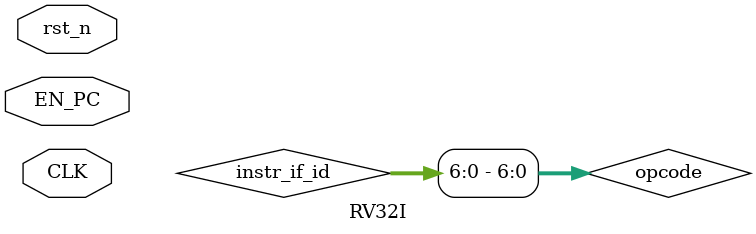
<source format=v>
module RV32I #(
	parameter XLEN   = 32,
	parameter IMM    = 32 
)
(
	input 	wire 						rst_n,
	input 	wire 						CLK,
	input	wire 						EN_PC
);

// -------------------------------------- Internal Signals -------------------------------------- //
// -------------------------------------- PC Signals -------------------------------------- //
wire [XLEN-1:0]   pc_prog_out;   
wire [XLEN-1:0]   pc_mem_wb;
// -------------------------------------- IMemory Signals -------------------------------------- //
wire [31:0] 	  get_instr;
// -------------------------------------- IF/ID Register Signals -------------------------------------- //
wire 			  flush_ctrl;
wire              EN_PC_if_id;
wire [31:0]       pc_if_id;
wire [31:0]       instr_if_id;
// -------------------------------------- DMemory Signals -------------------------------------- //
wire [XLEN-1:0]   data_mem_out;
// -------------------------------------- Controller Signals -------------------------------------- //
wire [6:0]        opcode = instr_if_id[6:0];
wire 	   		  nop_ins;
wire [6:0]   	  funct7 = instr_if_id[31:25];
wire [2:0]   	  funct3 = instr_if_id[14:12];
wire 	          mem_wr_en;
wire [1:0]   	  src_to_reg;
wire              reg_wr_En;
wire              alu_src1_sel;
wire              alu_src2_sel;
wire              branch;
wire              jump;
wire              Sub;
wire              undef_instr;
wire    [2:0]     alu_ctrl;
// -------------------------------------- Scoreboard Signals -------------------------------------- //
wire              stall_core;
wire              pc_change;
// -------------------------------------- IMM_EXT Signals -------------------------------------- //
wire [XLEN-1:0]   imm_o;
// -------------------------------------- RegFile Signals -------------------------------------- //
wire [XLEN-1:0]   rs1_out;
wire [XLEN-1:0]   rs2_out;
wire [XLEN-1:0]   rs1_out_id_ex;
wire [XLEN-1:0]   rs2_out_id_ex;
// -------------------------------------- ID/EX Register Signals -------------------------------------- //
wire  [31:0]      pc_id_ex;
wire 			  branch_id_ex;
wire 			  jump_id_ex;
wire  [IMM-1:0]   imm_id_ex;
wire  [6:0]		  opcode_id_ex;
wire  [2:0]       funct3_id_ex;
wire  [6:0]       funct7_id_ex;
wire 			  reg_wr_en_id_ex;
wire  [4:0]	      id_ex_rs1;
wire  [4:0]	      id_ex_rs2;
wire  [4:0]	      id_ex_rd;
wire 			  Sub_id_ex;
wire 			  alu_src1_sel_id_ex;
wire 			  alu_src2_sel_id_ex;
wire  [2:0]		  alu_ctrl_id_ex;
wire 			  mem_wr_En_id_ex;
wire  [1:0]		  src_to_reg_id_ex;
// -------------------------------------- EX/MEM Register Signals -------------------------------------- //
wire  [31:0]      pc_ex_mem;
wire   			  reg_wr_en_ex_mem;
wire  [4:0]	      ex_mem_rd;
wire 			  mem_wr_En_ex_mem;
wire  [1:0]		  src_to_reg_ex_mem;
wire  [31:0]      store_to_mem;
// -------------------------------------- MEM/WB Register Signals -------------------------------------- //
wire 			  reg_wr_en_mem_wb;
wire [4:0]	      mem_wb_rd;
wire [31:0]       pc4_to_reg;
wire [XLEN-1:0]   result_mem_wb;
wire [1:0]	      src_to_reg_mem_wb;
wire [XLEN-1:0]   reg_rd;
wire [XLEN-1:0]   data_mem_out_mem_wb;
// -------------------------------------- FORWARD SIGNALS -------------------------------------- //
wire   [1:0]      forw_src1;
wire   [1:0]      forw_src2;
wire   [XLEN-1:0] forw1_out;
wire   [XLEN-1:0] forw2_out;  
// -------------------------------------- ALU SIGNALS -------------------------------------- //
wire              branch_taken;
wire              overflow;
wire [XLEN-1:0]   rs1_src;
wire [XLEN-1:0]   rs2_src;
wire [XLEN-1:0]   result;
/*******************************************************************
FETCH STAGE
*******************************************************************/
/*******************************************************************
PROGRAM COUNTER
*******************************************************************/
PC prog_count (
	// input
	.CLK(CLK),
	.rst_n(rst_n),
	.stall_pc(stall_core),
	.PC_Addr(ALU.CLA.Result),
	.En_PC(EN_PC),
	.PC_Change(pc_change),
	// output
	.PC_Out(pc_prog_out)     
); 

/*******************************************************************
INSTRUCTION Memory
*******************************************************************/
IMem instr_mem (
	.PC(pc_prog_out),
	.instr(get_instr)
);

IF_ID_REG  IF_ID_Register (
	////////////////////////// INPUT //////////////////////
	.CLK(CLK),
	.rst_n(rst_n),
	// PC src
	.EN_PC_I(EN_PC),
	.stall(stall_core),
	.flush(flush_if_id),
	.PC_I(pc_prog_out),
	.instr_I(get_instr),
	////////////////////////// OUTPUT //////////////////////
	.if_id_flush(flush_ctrl),
	.EN_PC_O(EN_PC_if_id),
	.PC_O(pc_if_id),
	.instr_O(instr_if_id)
);

/*******************************************************************
DECODE STAGE
*******************************************************************/
/*******************************************************************
CONTROLLER
*******************************************************************/
Control_Unit Controller (
	.Opcode(opcode),
	.NOP_Ins(nop_ins),
	.CTRL_FLUSH(flush_ctrl),
	.Funct7(funct7),
	.Funct3(funct3),
	// Memory Control Signals
	.MEM_Wr_En(mem_wr_en),
	// Register Write Srcs
	.Src_to_Reg(src_to_reg),
	// RegFile Control Signals
	.Reg_Wr_En(reg_wr_En),
	// Integer ALU Source signals
	.ALU_Src1_Sel(alu_src1_sel),
	.ALU_Src2_Sel(alu_src2_sel),
	// PC signals
	.EN_PC(EN_PC_if_id),
	.Branch(branch),
	.Jump(jump),
	// ALU ADD/SUB Operation
	.Sub(Sub),
	// undefined instruction
	.undef_instr(undef_instr),
	// To ALU Decoders
	.ALU_Ctrl(alu_ctrl)
);
/*******************************************************************
HAZARD
*******************************************************************/
Hazard_Unit Hazard (
	// INPUT
	.Opcode(opcode_id_ex),
	// PC Change Detection        
	.pc_change(pc_change),
	// Register Sources
	.IF_ID_rs1(instr_if_id[19:15]),
	.IF_ID_rs2(instr_if_id[24:20]),
	.IF_ID_rd(instr_if_id[11:7]),
	// Registered Destination Sources
	.ID_EX_Reg_rd(id_ex_rd),
	// OUTPUT
	.PC_Stall(stall_core),
	.NOP_Ins(nop_ins), // no-operation insertion
	.flush(flush_if_id)
);
/*******************************************************************
REGISTER FILES
*******************************************************************/
RegFile #(
	.XLEN(XLEN)
)
	Register_File 
(
	.rst_n(rst_n),
	.CLK(CLK),
	.Reg_Wr(reg_wr_en_mem_wb),
	.Rs1_rd(instr_if_id[19:15]),
	.Rs2_rd(instr_if_id[24:20]),
	.Rd_Wr(mem_wb_rd),
	.Rd_In(reg_rd),
	.Rs1_Out(rs1_out),
	.Rs2_Out(rs2_out)
);

/*******************************************************************
IMM EXT
*******************************************************************/
IMM_EXT Imm_Ext (
	.IMM_IN(instr_if_id),
	.opcode(opcode),     
	.IMM_OUT(imm_o)
);
/*******************************************************************
EXCUTE STAGE
*******************************************************************/

/*******************************************************************
ID/EX REGISTER
*******************************************************************/
ID_EX_REG ID_EX_Register (
	.CLK(CLK),
	.rst_n(rst_n),
	// PC src
	.PC_I(pc_if_id),
	.Branch_I(branch),
	.Jump_I(jump),
	// IMM src
	.IMM_I(imm_o),
	.Opcode_I(opcode),
	// ALU Function Decision
	.Funct3_I(funct3),
	.Funct7_I(funct7),
	// RegFiles srcs
	.mem_wb_rd(mem_wb_rd),
	.mem_wb_data(reg_rd),
	.Rs1_I(rs1_out),
	.Rs2_I(rs2_out),
	.Reg_Wr_En_I(reg_wr_En),
	.Src_to_Reg_I(src_to_reg),
	.if_id_rs1(instr_if_id[19:15]),
	.if_id_rs2(instr_if_id[24:20]),
	.if_id_rd(instr_if_id[11:7]),
	.ireg_mem_wb_wr(reg_wr_en_mem_wb),
	// ALU srcs
	.Sub_I(Sub),
	.ALU_Src1_Sel_I(alu_src1_sel),
	.ALU_Src2_Sel_I(alu_src2_sel),
	.ALU_Ctrl_I(alu_ctrl),
	// Memory srcs
	.MEM_Wr_En_I(mem_wr_en),
	// PC src
	.PC_O(pc_id_ex),
	.Branch_O(branch_id_ex),
	.Jump_O(jump_id_ex),
	// IMM src
	.IMM_O(imm_id_ex),
	.Opcode_O(opcode_id_ex),
	// ALU Function Decision
	.Funct3_O(funct3_id_ex),
	.Funct7_O(funct7_id_ex),
	// RegFiles srcs
	.Rs1_O(rs1_out_id_ex),
	.Rs2_O(rs2_out_id_ex),
	.Reg_Wr_En_O(reg_wr_en_id_ex),
	.Src_to_Reg_O(src_to_reg_id_ex),
	.id_ex_rs1(id_ex_rs1),
	.id_ex_rs2(id_ex_rs2),
	.id_ex_rd(id_ex_rd),
	// ALU srcs
	.Sub_O(Sub_id_ex),
	.ALU_Src1_Sel_O(alu_src1_sel_id_ex),
	.ALU_Src2_Sel_O(alu_src2_sel_id_ex),
	.ALU_Ctrl_O(alu_ctrl_id_ex),
	// Memory srcs
	.MEM_Wr_En_O(mem_wr_En_id_ex)
);
/*******************************************************************
FORWARD
*******************************************************************/
Forward_Unit alu_forward (
	.EX_MEM_Reg_Wr(reg_wr_en_ex_mem),
	.MEM_WB_Reg_Wr(reg_wr_en_mem_wb),
	.ID_EX_rs1(id_ex_rs1),
	.ID_EX_rs2(id_ex_rs2),
	.EX_MEM_rd(ex_mem_rd),
	.MEM_WB_rd(mem_wb_rd),
	.Forward_A(forw_src1),
	.Forward_B(forw_src2)
);
/*******************************************************************
 ALU Sources MUX Selection
*******************************************************************/
mux2x1 sel_src1 (
	.i0(forw1_out),
	.i1(pc_id_ex),
	.sel(alu_src1_sel_id_ex),
	.out(rs1_src)
);

mux2x1 sel_src2 (
	.i0(forw2_out),
	.i1(imm_id_ex),
	.sel(alu_src2_sel_id_ex),
	.out(rs2_src)
);

mux4x1 forw1_sel (
	.i0(rs1_out_id_ex), 		   // Don't Forward
	.i1(reg_rd),          // Forward From 5th Stage
	.i2(result),		   // Forward From 4th Stage
	.sel0(forw_src1[0]),
	.sel1(forw_src1[1]),
	.out(forw1_out)
);

mux4x1 forw2_sel (
	.i0(rs2_out_id_ex), 		   // Don't Forward
	.i1(reg_rd),          // Forward From 5th Stage
	.i2(result),		   // Forward From 4th Stage
	.sel0(forw_src2[0]),
	.sel1(forw_src2[1]),
	.out(forw2_out)
);

/*******************************************************************
ALU
*******************************************************************/
ALU #(
	.XLEN(XLEN)
) 
	ALU 
(
	.rst_n(rst_n),
	.CLK(CLK),
	.Rs1(rs1_src),
	.Rs2(rs2_src),
	.Sub(Sub_id_ex),
	.ALU_ctrl(alu_ctrl_id_ex),
	.Funct3(funct3_id_ex),
	.Funct7_5(funct7_id_ex[5]),
	.Result(result),
	.overflow(overflow)  
);

Branch_Unit #(
	.XLEN(XLEN)
) 
	Branch_Detect
(
	// INPUT
	.funct3(funct3_id_ex),
	.Rs1(forw1_out),
	.Rs2(forw2_out),
	.En(ALU.alu_decode.D_out[4]), 
	// OUTPUT
	.Branch_taken(branch_taken)
);

assign pc_change = (branch_taken & branch_id_ex) | (jump_id_ex);

/*******************************************************************
 MEMORY STAGE
*******************************************************************/
/*******************************************************************
 EX/MEM Register
*******************************************************************/
EX_MEM_REG #(
	.XLEN(XLEN)
)
	EX_MEM_Register 
(
////////////////////////// INPUT //////////////////////
	.CLK(CLK),
	.rst_n(rst_n),
	// PC src
	.PC_I(pc_id_ex),
	// RegFiles srcs
	.Reg_Wr_En_I(reg_wr_en_id_ex),
	.id_ex_rd(id_ex_rd),
	// ALU srcs
	// Memory srcs
	.store_to_mem_I(forw2_out),
	.MEM_Wr_En_I(mem_wr_En_id_ex),
	.Src_to_Reg_I(src_to_reg_id_ex),
	////////////////////////// OUTPUT //////////////////////
	// PC src
	.PC_O(pc_ex_mem),
	// RegFiles srcs
	.Reg_Wr_En_O(reg_wr_en_ex_mem),
	.ex_mem_rd(ex_mem_rd),
	.Src_to_Reg_O(src_to_reg_ex_mem),
	.store_to_mem_O(store_to_mem),
	// Memory srcs
	.MEM_Wr_En_O(mem_wr_En_ex_mem)
);
/*******************************************************************
 Data Memory
*******************************************************************/
DMem #(
	.XLEN(XLEN)
)
	Data_Memory
(
	.CLK(CLK),
	.rst_n(rst_n),
	.Mem_Wr_En(mem_wr_En_ex_mem),
	.Data_In(store_to_mem),
	.Addr(result),
	.Data_Out(data_mem_out)
);

/*******************************************************************
WRITE_BACK STAGE 
*******************************************************************/
MEM_WB_REG #(
	.XLEN(XLEN)
) 
	MEM_WB_Register	
(
////////////////////////// INPUT //////////////////////
	.CLK(CLK),
	.rst_n(rst_n),
	// PC src
	.PC_I(pc_ex_mem),
	// RegFiles srcs
	.Reg_Wr_En_I(reg_wr_en_ex_mem),
	.ex_mem_rd(ex_mem_rd),
	.result_I(result),
	// Register Write srcs
	.Src_to_Reg_I(src_to_reg_ex_mem),
	// Data Memory 
	.DMEM_I(data_mem_out),
	////////////////////////// OUTPUT //////////////////////
	// PC src
	.PC_O(pc_mem_wb),
	// RegFiles srcs
	.Reg_Wr_En_O(reg_wr_en_mem_wb),
	.mem_wb_rd(mem_wb_rd),
	// ALU srcs
	.result_O(result_mem_wb),
	// Register Write srcs
	.Src_to_Reg_O(src_to_reg_mem_wb),
	// Data Memory 
	.DMEM_O(data_mem_out_mem_wb)
);

assign pc4_to_reg = pc_mem_wb + 3'b100;

mux4x1 reg_src (
	.i0(result_mem_wb),   // From Integer ALU
	.i1(data_mem_out_mem_wb), // From Data Memory in case of load		   
	.i2(pc4_to_reg),       // In Case of jump instructions
	.sel0(src_to_reg_mem_wb[0]),
	.sel1(src_to_reg_mem_wb[1]),
	.out(reg_rd)
);


endmodule


</source>
